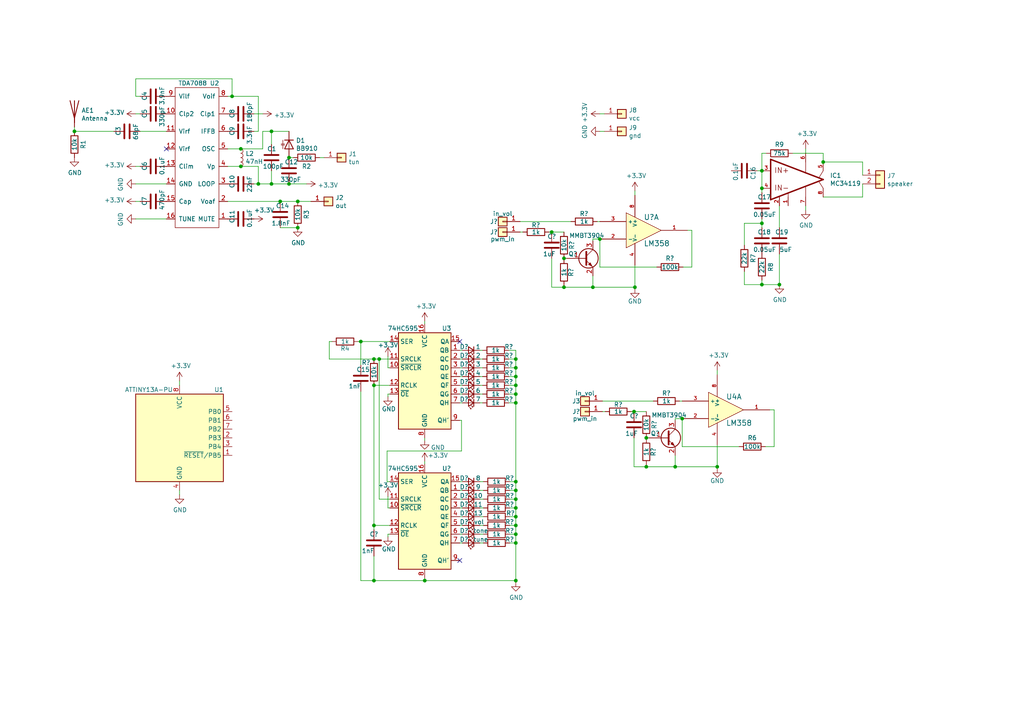
<source format=kicad_sch>
(kicad_sch (version 20211123) (generator eeschema)
  (paper "A4")
  (title_block (title "TDA7088 radio with button control ") (date "23.06.2020") (comment 2 "Mikhail Belkin (dltech174@gmail.com +7-960-961-54-27)"))
  (lib_symbols
    (symbol "74xx:74HC595"
      (property "Reference" "U" (at -7.62 13.97 0))
      (property "Value" "74HC595" (at -7.62 -16.51 0))
      (symbol "74HC595_1_0"
        (pin tri_state line (at 10.16 7.62 180) (length 2.54) (name "QB") (number "1"))
        (pin input line (at -10.16 2.54 0) (length 2.54) (name "~{SRCLR}") (number "10"))
        (pin input line (at -10.16 5.08 0) (length 2.54) (name "SRCLK") (number "11"))
        (pin input line (at -10.16 -2.54 0) (length 2.54) (name "RCLK") (number "12"))
        (pin input line (at -10.16 -5.08 0) (length 2.54) (name "~{OE}") (number "13"))
        (pin input line (at -10.16 10.16 0) (length 2.54) (name "SER") (number "14"))
        (pin tri_state line (at 10.16 10.16 180) (length 2.54) (name "QA") (number "15"))
        (pin power_in line (at 0 15.24 270) (length 2.54) (name "VCC") (number "16"))
        (pin tri_state line (at 10.16 5.08 180) (length 2.54) (name "QC") (number "2"))
        (pin tri_state line (at 10.16 2.54 180) (length 2.54) (name "QD") (number "3"))
        (pin tri_state line (at 10.16 0 180) (length 2.54) (name "QE") (number "4"))
        (pin tri_state line (at 10.16 -2.54 180) (length 2.54) (name "QF") (number "5"))
        (pin tri_state line (at 10.16 -5.08 180) (length 2.54) (name "QG") (number "6"))
        (pin tri_state line (at 10.16 -7.62 180) (length 2.54) (name "QH") (number "7"))
        (pin power_in line (at 0 -17.78 90) (length 2.54) (name "GND") (number "8"))
        (pin output line (at 10.16 -12.7 180) (length 2.54) (name "QH'") (number "9"))
      )
      (symbol "74HC595_1_1"
        (rectangle (start -7.62 12.7) (end 7.62 -15.24) (stroke (width 0.254)) (fill (type background)))
      )
    )
    (symbol "Connector_Generic:Conn_01x01" (pin_names (offset 1.016) hide)
      (property "Reference" "J" (at 0 2.54 0))
      (property "Value" "Conn_01x01" (at 0 -2.54 0))
      (symbol "Conn_01x01_1_1"
        (rectangle (start -1.27 0.127) (end 0 -0.127) (stroke (width 0.1524)))
        (rectangle (start -1.27 1.27) (end 1.27 -1.27) (stroke (width 0.254)) (fill (type background)))
        (pin passive line (at -5.08 0 0) (length 3.81) (name "Pin_1") (number "1"))
      )
    )
    (symbol "Connector_Generic:Conn_01x02" (pin_names (offset 1.016) hide)
      (property "Reference" "J" (at 0 2.54 0))
      (property "Value" "Conn_01x02" (at 0 -5.08 0))
      (symbol "Conn_01x02_1_1"
        (rectangle (start -1.27 -2.413) (end 0 -2.667) (stroke (width 0.1524)))
        (rectangle (start -1.27 0.127) (end 0 -0.127) (stroke (width 0.1524)))
        (rectangle (start -1.27 1.27) (end 1.27 -3.81) (stroke (width 0.254)) (fill (type background)))
        (pin passive line (at -5.08 0 0) (length 3.81) (name "Pin_1") (number "1"))
        (pin passive line (at -5.08 -2.54 0) (length 3.81) (name "Pin_2") (number "2"))
      )
    )
    (symbol "Device:Antenna" (pin_numbers hide) (pin_names (offset 1.016) hide)
      (property "Reference" "AE" (at -1.905 1.905 0))
      (property "Value" "Antenna" (at -1.905 0 0))
      (symbol "Antenna_0_1"
        (polyline (pts (xy 0 2.54) (xy 0 -3.81)) (stroke (width 0.254)))
        (polyline (pts (xy 1.27 2.54) (xy 0 -2.54) (xy -1.27 2.54)) (stroke (width 0.254)))
      )
      (symbol "Antenna_1_1"
        (pin input line (at 0 -5.08 90) (length 2.54) (name "A") (number "1"))
      )
    )
    (symbol "Device:C" (pin_numbers hide) (pin_names (offset 0.254))
      (property "Reference" "C" (at 0.635 2.54 0))
      (property "Value" "C" (at 0.635 -2.54 0))
      (symbol "C_0_1"
        (polyline (pts (xy -2.032 -0.762) (xy 2.032 -0.762)) (stroke (width 0.508)))
        (polyline (pts (xy -2.032 0.762) (xy 2.032 0.762)) (stroke (width 0.508)))
      )
      (symbol "C_1_1"
        (pin passive line (at 0 3.81 270) (length 2.794) (name "~") (number "1"))
        (pin passive line (at 0 -3.81 90) (length 2.794) (name "~") (number "2"))
      )
    )
    (symbol "Device:D_Capacitance" (pin_numbers hide) (pin_names (offset 1.016) hide)
      (property "Reference" "D" (at 0 2.54 0))
      (property "Value" "D_Capacitance" (at 0 -3.302 0))
      (symbol "D_Capacitance_0_1"
        (polyline (pts (xy -1.27 -1.778) (xy -0.1524 -1.778)))
        (polyline (pts (xy -1.27 0) (xy 1.27 0)))
        (polyline (pts (xy -1.27 1.27) (xy -1.27 -1.27)) (stroke (width 0.254)))
        (polyline (pts (xy -0.1524 -1.27) (xy -0.1524 -2.286)))
        (polyline (pts (xy 0.1524 -1.778) (xy 1.27 -1.778)))
        (polyline (pts (xy 0.1524 -1.27) (xy 0.1524 -2.286)))
        (polyline (pts (xy 1.27 1.27) (xy 1.27 -1.27) (xy -1.27 0) (xy 1.27 1.27)) (stroke (width 0.254)))
      )
      (symbol "D_Capacitance_1_1"
        (pin passive line (at -3.81 0 0) (length 2.54) (name "K") (number "1"))
        (pin passive line (at 3.81 0 180) (length 2.54) (name "A") (number "2"))
      )
    )
    (symbol "Device:LED_Small" (pin_numbers hide) (pin_names (offset 0.254) hide)
      (property "Reference" "D" (at -1.27 3.175 0))
      (property "Value" "LED_Small" (at -4.445 -2.54 0))
      (symbol "LED_Small_0_1"
        (polyline (pts (xy -0.762 -1.016) (xy -0.762 1.016)) (stroke (width 0.254)))
        (polyline (pts (xy 1.016 0) (xy -0.762 0)))
        (polyline (pts (xy 0.762 -1.016) (xy -0.762 0) (xy 0.762 1.016) (xy 0.762 -1.016)) (stroke (width 0.254)))
        (polyline (pts (xy 0 0.762) (xy -0.508 1.27) (xy -0.254 1.27) (xy -0.508 1.27) (xy -0.508 1.016)))
        (polyline (pts (xy 0.508 1.27) (xy 0 1.778) (xy 0.254 1.778) (xy 0 1.778) (xy 0 1.524)))
      )
      (symbol "LED_Small_1_1"
        (pin passive line (at -2.54 0 0) (length 1.778) (name "K") (number "1"))
        (pin passive line (at 2.54 0 180) (length 1.778) (name "A") (number "2"))
      )
    )
    (symbol "Device:R" (pin_numbers hide) (pin_names (offset 0))
      (property "Reference" "R" (at 2.032 0 90))
      (property "Value" "R" (at 0 0 90))
      (symbol "R_0_1"
        (rectangle (start -1.016 -2.54) (end 1.016 2.54) (stroke (width 0.254)))
      )
      (symbol "R_1_1"
        (pin passive line (at 0 3.81 270) (length 1.27) (name "~") (number "1"))
        (pin passive line (at 0 -3.81 90) (length 1.27) (name "~") (number "2"))
      )
    )
    (symbol "MCU_Microchip_ATtiny:ATtiny13A-P"
      (property "Reference" "U" (at -12.7 13.97 0))
      (property "Value" "ATtiny13A-P" (at 2.54 -13.97 0))
      (symbol "ATtiny13A-P_0_1"
        (rectangle (start -12.7 -12.7) (end 12.7 12.7) (stroke (width 0.254)) (fill (type background)))
      )
      (symbol "ATtiny13A-P_1_1"
        (pin bidirectional line (at 15.24 -5.08 180) (length 2.54) (name "~{RESET}/PB5") (number "1"))
        (pin bidirectional line (at 15.24 0 180) (length 2.54) (name "PB3") (number "2"))
        (pin bidirectional line (at 15.24 -2.54 180) (length 2.54) (name "PB4") (number "3"))
        (pin power_in line (at 0 -15.24 90) (length 2.54) (name "GND") (number "4"))
        (pin bidirectional line (at 15.24 7.62 180) (length 2.54) (name "PB0") (number "5"))
        (pin bidirectional line (at 15.24 5.08 180) (length 2.54) (name "PB1") (number "6"))
        (pin bidirectional line (at 15.24 2.54 180) (length 2.54) (name "PB2") (number "7"))
        (pin power_in line (at 0 15.24 270) (length 2.54) (name "VCC") (number "8"))
      )
    )
    (symbol "Transistor_BJT:MMBT3904" (pin_names (offset 0) hide)
      (property "Reference" "Q" (at 5.08 1.905 0))
      (property "Value" "MMBT3904" (at 5.08 0 0))
      (symbol "MMBT3904_0_1"
        (polyline (pts (xy 0.635 0.635) (xy 2.54 2.54)))
        (polyline (pts (xy 0.635 -0.635) (xy 2.54 -2.54) (xy 2.54 -2.54)))
        (polyline (pts (xy 0.635 1.905) (xy 0.635 -1.905) (xy 0.635 -1.905)) (stroke (width 0.508)))
        (polyline (pts (xy 1.27 -1.778) (xy 1.778 -1.27) (xy 2.286 -2.286) (xy 1.27 -1.778) (xy 1.27 -1.778)) (fill (type outline)))
        (circle (center 1.27 0) (radius 2.8194) (stroke (width 0.254)))
      )
      (symbol "MMBT3904_1_1"
        (pin input line (at -5.08 0 0) (length 5.715) (name "B") (number "1"))
        (pin passive line (at 2.54 -5.08 90) (length 2.54) (name "E") (number "2"))
        (pin passive line (at 2.54 5.08 270) (length 2.54) (name "C") (number "3"))
      )
    )
    (symbol "power:+3.3V" (power) (pin_names (offset 0))
      (property "Value" "+3.3V" (at 0 3.556 0))
      (symbol "+3.3V_0_1"
        (polyline (pts (xy -0.762 1.27) (xy 0 2.54)))
        (polyline (pts (xy 0 0) (xy 0 2.54)))
        (polyline (pts (xy 0 2.54) (xy 0.762 1.27)))
      )
      (symbol "+3.3V_1_1"
        (pin power_in line (at 0 0 90) (length 0) hide (name "+3.3V") (number "1"))
      )
    )
    (symbol "power:GND" (power) (pin_names (offset 0))
      (property "Value" "GND" (at 0 -3.81 0))
      (symbol "GND_0_1"
        (polyline (pts (xy 0 0) (xy 0 -1.27) (xy 1.27 -1.27) (xy 0 -2.54) (xy -1.27 -1.27) (xy 0 -1.27)))
      )
      (symbol "GND_1_1"
        (pin power_in line (at 0 0 270) (length 0) hide (name "GND") (number "1"))
      )
    )
    (symbol "tda:L" (pin_numbers hide) (pin_names (offset 1.016) hide)
      (property "Reference" "L" (at -1.27 0 90))
      (property "Value" "L" (at 1.905 0 90))
      (symbol "L_0_1"
        (arc (start 0 -2.54) (mid 0.635 -1.905) (end 0 -1.27))
        (arc (start 0 -1.27) (mid 0.635 -0.635) (end 0 0))
        (arc (start 0 0) (mid 0.635 0.635) (end 0 1.27))
        (arc (start 0 1.27) (mid 0.635 1.905) (end 0 2.54))
      )
      (symbol "L_1_1"
        (pin passive line (at 0 2.54 270) (length 0.1016) (name "1") (number "1"))
        (pin passive line (at 0 -2.54 90) (length 0.1016) (name "2") (number "2"))
      )
    )
    (symbol "tda:LM358"
      (property "Reference" "U" (at -1.27 5.08 0))
      (property "Value" "LM358" (at -1.27 -6.35 0))
      (symbol "LM358_0_1"
        (polyline (pts (xy -5.08 5.08) (xy 5.08 0) (xy -5.08 -5.08) (xy -5.08 5.08)) (stroke (width 0.1524)) (fill (type background)))
        (pin power_in line (at -2.54 -10.16 90) (length 6.35) (name "V-") (number "4"))
        (pin power_in line (at -2.54 10.16 270) (length 6.35) (name "V+") (number "8"))
      )
      (symbol "LM358_1_1"
        (pin output line (at 12.7 0 180) (length 7.62) (name "~") (number "1"))
        (pin input line (at -12.7 -2.54 0) (length 7.62) (name "-") (number "2"))
        (pin input line (at -12.7 2.54 0) (length 7.62) (name "+") (number "3"))
      )
      (symbol "LM358_2_1"
        (pin input line (at -12.7 2.54 0) (length 7.62) (name "+") (number "5"))
        (pin input line (at -12.7 -2.54 0) (length 7.62) (name "-") (number "6"))
        (pin output line (at 12.7 0 180) (length 7.62) (name "~") (number "7"))
      )
    )
    (symbol "tda:MC34119" (pin_names (offset 1.016) hide)
      (property "Reference" "U" (at -3.302 -0.889 0))
      (property "Value" "MC34119" (at -7.62 7.62 0))
      (symbol "MC34119_0_0"
        (polyline (pts (xy -7.62 -5.842) (xy 7.62 0)) (stroke (width 0.4064)))
        (polyline (pts (xy -7.62 5.842) (xy -7.62 -5.842)) (stroke (width 0.4064)))
        (polyline (pts (xy -7.62 5.842) (xy 7.62 0)) (stroke (width 0.4064)))
        (polyline (pts (xy -2.54 -3.8862) (xy -2.54 -5.08)) (stroke (width 0.1524)))
        (polyline (pts (xy 2.54 -1.8542) (xy 2.54 -5.08)) (stroke (width 0.1524)))
        (polyline (pts (xy 2.54 5.08) (xy 2.54 1.778)) (stroke (width 0.1524)))
        (polyline (pts (xy 7.62 -2.54) (xy 6.35 -0.5588)) (stroke (width 0.1524)))
        (polyline (pts (xy 7.62 2.54) (xy 6.35 0.4572)) (stroke (width 0.1524)))
        (text "IN+" (at -6.604 1.778 0) (effects (font (size 1.524 1.524)) (justify left bottom)))
        (pin input line (at -2.54 -7.62 90) (length 2.54) (name "~") (number "1"))
        (pin passive line (at -5.08 -7.62 90) (length 2.54) (name "~") (number "2"))
        (pin input line (at -10.16 2.54 0) (length 2.54) (name "~") (number "3"))
        (pin input line (at -10.16 -2.54 0) (length 2.54) (name "~") (number "4"))
        (pin output line (at 7.62 5.08 270) (length 2.54) (name "~") (number "5"))
        (pin power_in line (at 2.54 7.62 270) (length 2.54) (name "~") (number "6"))
        (pin power_in line (at 2.54 -7.62 90) (length 2.54) (name "~") (number "7"))
        (pin output line (at 7.62 -5.08 90) (length 2.54) (name "~") (number "8"))
      )
      (symbol "MC34119_1_1"
        (text "IN-" (at -6.604 -3.302 0) (effects (font (size 1.524 1.524)) (justify left bottom)))
      )
    )
    (symbol "tda:TDA7088" (pin_names (offset 1.016))
      (property "Reference" "U" (at 3.81 21.59 0))
      (property "Value" "TDA7088" (at -2.54 21.59 0))
      (symbol "TDA7088_0_1"
        (rectangle (start -6.35 20.32) (end 6.35 -20.32))
      )
      (symbol "TDA7088_1_1"
        (pin input line (at 8.89 -17.78 180) (length 2.54) (name "MUTE") (number "1"))
        (pin bidirectional line (at -8.89 12.7 0) (length 2.54) (name "Clp2") (number "10"))
        (pin input line (at -8.89 7.62 0) (length 2.54) (name "Virf") (number "11"))
        (pin input line (at -8.89 2.54 0) (length 2.54) (name "Virf") (number "12"))
        (pin bidirectional line (at -8.89 -2.54 0) (length 2.54) (name "Clim") (number "13"))
        (pin power_in line (at -8.89 -7.62 0) (length 2.54) (name "GND") (number "14"))
        (pin input line (at -8.89 -12.7 0) (length 2.54) (name "Cap") (number "15"))
        (pin output line (at -8.89 -17.78 0) (length 2.54) (name "TUNE") (number "16"))
        (pin output line (at 8.89 -12.7 180) (length 2.54) (name "Voaf") (number "2"))
        (pin bidirectional line (at 8.89 -7.62 180) (length 2.54) (name "LOOP") (number "3"))
        (pin power_in line (at 8.89 -2.54 180) (length 2.54) (name "Vp") (number "4"))
        (pin bidirectional line (at 8.89 2.54 180) (length 2.54) (name "OSC") (number "5"))
        (pin input line (at 8.89 7.62 180) (length 2.54) (name "IFFB") (number "6"))
        (pin bidirectional line (at 8.89 12.7 180) (length 2.54) (name "Clp1") (number "7"))
        (pin output line (at 8.89 17.78 180) (length 2.54) (name "Voif") (number "8"))
        (pin input line (at -8.89 17.78 0) (length 2.54) (name "Vilf") (number "9"))
      )
    )
  )
  (junction (at 78.74 53.34))
  (junction (at 109.982 104.14))
  (junction (at 173.99 69.342))
  (junction (at 149.606 149.86))
  (junction (at 149.606 109.22))
  (junction (at 149.606 157.48))
  (junction (at 67.31 27.94))
  (junction (at 149.606 111.76))
  (junction (at 220.98 82.55))
  (junction (at 184.15 83.312))
  (junction (at 220.98 49.53))
  (junction (at 69.85 43.18))
  (junction (at 171.958 83.312))
  (junction (at 123.19 168.402))
  (junction (at 195.834 135.382))
  (junction (at 108.458 152.4))
  (junction (at 183.896 119.38))
  (junction (at 149.606 139.7))
  (junction (at 160.02 67.31))
  (junction (at 163.576 83.312))
  (junction (at 208.026 135.382))
  (junction (at 187.452 127))
  (junction (at 149.606 144.78))
  (junction (at 149.606 114.3))
  (junction (at 74.93 53.34))
  (junction (at 220.98 64.77))
  (junction (at 220.98 54.61))
  (junction (at 78.74 38.1))
  (junction (at 149.606 147.32))
  (junction (at 149.606 152.4))
  (junction (at 149.606 106.68))
  (junction (at 149.606 154.94))
  (junction (at 149.606 168.402))
  (junction (at 104.648 99.06))
  (junction (at 197.866 121.412))
  (junction (at 226.06 82.55))
  (junction (at 149.606 104.14))
  (junction (at 238.76 46.99))
  (junction (at 187.452 135.382))
  (junction (at 108.458 111.76))
  (junction (at 149.606 116.84))
  (junction (at 163.576 74.93))
  (junction (at 21.59 38.1))
  (junction (at 83.82 45.72))
  (junction (at 83.82 53.34))
  (junction (at 81.28 58.42))
  (junction (at 86.36 58.42))
  (junction (at 86.36 66.04))
  (junction (at 69.85 48.26))
  (junction (at 108.458 168.402))
  (junction (at 149.606 142.24))
  (junction (at 108.458 104.14))
  (no_connect (at 133.35 162.56))
  (no_connect (at 48.26 43.18))
  (no_connect (at 133.35 99.06))
  (wire (pts (xy 108.458 152.4) (xy 113.03 152.4)))
  (wire (pts (xy 183.896 119.38) (xy 187.452 119.38)))
  (wire (pts (xy 133.35 114.3) (xy 134.112 114.3)))
  (wire (pts (xy 104.648 99.06) (xy 113.03 99.06)))
  (wire (pts (xy 149.606 144.78) (xy 147.828 144.78)))
  (wire (pts (xy 208.026 108.712) (xy 208.026 107.442)))
  (wire (pts (xy 150.876 67.31) (xy 151.638 67.31)))
  (wire (pts (xy 123.19 168.402) (xy 149.606 168.402)))
  (wire (pts (xy 215.9 78.74) (xy 215.9 82.55)))
  (wire (pts (xy 139.192 149.86) (xy 140.208 149.86)))
  (wire (pts (xy 108.458 161.29) (xy 108.458 168.402)))
  (wire (pts (xy 149.606 147.32) (xy 149.606 144.78)))
  (wire (pts (xy 214.376 129.54) (xy 197.866 129.54)))
  (wire (pts (xy 139.192 101.6) (xy 139.954 101.6)))
  (wire (pts (xy 160.02 83.312) (xy 163.576 83.312)))
  (wire (pts (xy 149.606 104.14) (xy 147.574 104.14)))
  (wire (pts (xy 108.458 104.14) (xy 109.982 104.14)))
  (wire (pts (xy 133.35 147.32) (xy 134.112 147.32)))
  (wire (pts (xy 184.15 76.962) (xy 184.15 83.312)))
  (wire (pts (xy 195.834 121.412) (xy 195.834 121.92)))
  (wire (pts (xy 171.958 80.01) (xy 171.958 83.312)))
  (wire (pts (xy 81.28 58.42) (xy 86.36 58.42)))
  (wire (pts (xy 224.536 118.872) (xy 224.536 129.54)))
  (wire (pts (xy 78.74 49.53) (xy 78.74 53.34)))
  (wire (pts (xy 149.606 147.32) (xy 147.828 147.32)))
  (wire (pts (xy 112.522 147.32) (xy 113.03 147.32)))
  (wire (pts (xy 229.87 44.45) (xy 238.76 44.45)))
  (wire (pts (xy 149.606 109.22) (xy 147.574 109.22)))
  (wire (pts (xy 139.192 142.24) (xy 140.208 142.24)))
  (wire (pts (xy 149.606 114.3) (xy 149.606 111.76)))
  (wire (pts (xy 220.98 44.45) (xy 220.98 49.53)))
  (wire (pts (xy 163.576 82.804) (xy 163.576 83.312)))
  (wire (pts (xy 163.576 74.93) (xy 164.338 74.93)))
  (wire (pts (xy 149.606 104.14) (xy 149.606 101.6)))
  (wire (pts (xy 139.192 106.68) (xy 139.954 106.68)))
  (wire (pts (xy 48.26 63.5) (xy 39.37 63.5)))
  (wire (pts (xy 149.606 109.22) (xy 149.606 106.68)))
  (wire (pts (xy 187.452 135.382) (xy 195.834 135.382)))
  (wire (pts (xy 108.458 168.402) (xy 123.19 168.402)))
  (wire (pts (xy 183.134 119.38) (xy 183.896 119.38)))
  (wire (pts (xy 95.504 99.06) (xy 96.266 99.06)))
  (wire (pts (xy 139.192 104.14) (xy 139.954 104.14)))
  (wire (pts (xy 149.606 168.402) (xy 149.606 168.91)))
  (wire (pts (xy 73.66 33.02) (xy 76.2 33.02)))
  (wire (pts (xy 109.982 104.14) (xy 113.03 104.14)))
  (wire (pts (xy 112.522 154.94) (xy 113.03 154.94)))
  (wire (pts (xy 133.35 149.86) (xy 134.112 149.86)))
  (wire (pts (xy 149.606 149.86) (xy 149.606 147.32)))
  (wire (pts (xy 112.268 139.7) (xy 113.03 139.7)))
  (wire (pts (xy 195.834 132.08) (xy 195.834 135.382)))
  (wire (pts (xy 112.522 155.702) (xy 112.522 154.94)))
  (wire (pts (xy 174.752 119.38) (xy 175.514 119.38)))
  (wire (pts (xy 123.19 133.858) (xy 123.19 134.62)))
  (wire (pts (xy 39.37 27.94) (xy 39.37 22.86)))
  (wire (pts (xy 149.606 154.94) (xy 149.606 152.4)))
  (wire (pts (xy 233.68 44.45) (xy 233.68 43.18)))
  (wire (pts (xy 220.98 82.55) (xy 226.06 82.55)))
  (wire (pts (xy 104.648 99.06) (xy 104.648 105.918)))
  (wire (pts (xy 220.98 55.88) (xy 220.98 54.61)))
  (wire (pts (xy 133.35 139.7) (xy 134.112 139.7)))
  (wire (pts (xy 195.834 135.382) (xy 208.026 135.382)))
  (wire (pts (xy 173.99 33.02) (xy 175.26 33.02)))
  (wire (pts (xy 147.574 111.76) (xy 149.606 111.76)))
  (wire (pts (xy 112.522 144.018) (xy 112.522 147.32)))
  (wire (pts (xy 163.576 83.312) (xy 171.958 83.312)))
  (wire (pts (xy 160.02 67.31) (xy 163.576 67.31)))
  (wire (pts (xy 197.104 116.332) (xy 197.866 116.332)))
  (wire (pts (xy 133.35 101.6) (xy 134.112 101.6)))
  (wire (pts (xy 40.64 27.94) (xy 39.37 27.94)))
  (wire (pts (xy 78.74 38.1) (xy 83.82 38.1)))
  (wire (pts (xy 133.858 130.81) (xy 112.268 130.81)))
  (wire (pts (xy 220.98 81.28) (xy 220.98 82.55)))
  (wire (pts (xy 109.982 144.78) (xy 113.03 144.78)))
  (wire (pts (xy 40.64 48.26) (xy 39.37 48.26)))
  (wire (pts (xy 109.982 104.14) (xy 109.982 144.78)))
  (wire (pts (xy 198.12 77.47) (xy 200.66 77.47)))
  (wire (pts (xy 250.19 46.99) (xy 250.19 50.8)))
  (wire (pts (xy 139.192 157.48) (xy 140.208 157.48)))
  (wire (pts (xy 174.752 116.332) (xy 189.484 116.332)))
  (wire (pts (xy 150.876 64.262) (xy 165.608 64.262)))
  (wire (pts (xy 133.35 111.76) (xy 134.112 111.76)))
  (wire (pts (xy 149.606 152.4) (xy 147.828 152.4)))
  (wire (pts (xy 66.04 43.18) (xy 69.85 43.18)))
  (wire (pts (xy 133.35 152.4) (xy 134.112 152.4)))
  (wire (pts (xy 190.5 77.47) (xy 173.99 77.47)))
  (wire (pts (xy 219.71 49.53) (xy 220.98 49.53)))
  (wire (pts (xy 173.99 38.1) (xy 175.26 38.1)))
  (wire (pts (xy 160.02 74.93) (xy 160.02 83.312)))
  (wire (pts (xy 73.66 53.34) (xy 74.93 53.34)))
  (wire (pts (xy 48.26 53.34) (xy 39.37 53.34)))
  (wire (pts (xy 95.504 104.14) (xy 95.504 99.06)))
  (wire (pts (xy 66.04 27.94) (xy 67.31 27.94)))
  (wire (pts (xy 139.192 111.76) (xy 139.954 111.76)))
  (wire (pts (xy 226.06 73.66) (xy 226.06 82.55)))
  (wire (pts (xy 171.958 69.342) (xy 173.99 69.342)))
  (wire (pts (xy 73.66 38.1) (xy 74.93 38.1)))
  (wire (pts (xy 250.19 57.15) (xy 238.76 57.15)))
  (wire (pts (xy 220.98 64.77) (xy 220.98 63.5)))
  (wire (pts (xy 81.28 66.04) (xy 86.36 66.04)))
  (wire (pts (xy 163.576 74.93) (xy 163.576 75.184)))
  (wire (pts (xy 149.606 152.4) (xy 149.606 149.86)))
  (wire (pts (xy 238.76 46.99) (xy 250.19 46.99)))
  (wire (pts (xy 108.458 152.4) (xy 108.458 111.76)))
  (wire (pts (xy 149.606 157.48) (xy 149.606 154.94)))
  (wire (pts (xy 215.9 82.55) (xy 220.98 82.55)))
  (wire (pts (xy 67.31 22.86) (xy 67.31 27.94)))
  (wire (pts (xy 195.834 121.412) (xy 197.866 121.412)))
  (wire (pts (xy 74.93 48.26) (xy 74.93 53.34)))
  (wire (pts (xy 139.192 144.78) (xy 140.208 144.78)))
  (wire (pts (xy 139.192 116.84) (xy 139.954 116.84)))
  (wire (pts (xy 147.828 142.24) (xy 149.606 142.24)))
  (wire (pts (xy 184.15 56.642) (xy 184.15 55.372)))
  (wire (pts (xy 183.896 135.382) (xy 187.452 135.382)))
  (wire (pts (xy 171.958 83.312) (xy 184.15 83.312)))
  (wire (pts (xy 66.04 48.26) (xy 69.85 48.26)))
  (wire (pts (xy 104.648 113.538) (xy 104.648 168.402)))
  (wire (pts (xy 133.35 121.92) (xy 133.858 121.92)))
  (wire (pts (xy 220.98 49.53) (xy 220.98 54.61)))
  (wire (pts (xy 139.192 154.94) (xy 140.208 154.94)))
  (wire (pts (xy 40.64 38.1) (xy 48.26 38.1)))
  (wire (pts (xy 149.606 139.7) (xy 149.606 116.84)))
  (wire (pts (xy 215.9 71.12) (xy 215.9 64.77)))
  (wire (pts (xy 221.996 129.54) (xy 224.536 129.54)))
  (wire (pts (xy 112.522 114.3) (xy 113.03 114.3)))
  (wire (pts (xy 104.648 168.402) (xy 108.458 168.402)))
  (wire (pts (xy 147.574 114.3) (xy 149.606 114.3)))
  (wire (pts (xy 149.606 111.76) (xy 149.606 109.22)))
  (wire (pts (xy 149.606 116.84) (xy 149.606 114.3)))
  (wire (pts (xy 139.192 152.4) (xy 140.208 152.4)))
  (wire (pts (xy 183.896 127) (xy 183.896 135.382)))
  (wire (pts (xy 200.66 66.802) (xy 199.39 66.802)))
  (wire (pts (xy 108.458 152.4) (xy 108.458 153.67)))
  (wire (pts (xy 187.452 127) (xy 188.214 127)))
  (wire (pts (xy 133.35 157.48) (xy 134.112 157.48)))
  (wire (pts (xy 21.59 38.1) (xy 33.02 38.1)))
  (wire (pts (xy 139.192 114.3) (xy 139.954 114.3)))
  (wire (pts (xy 139.192 109.22) (xy 139.954 109.22)))
  (wire (pts (xy 40.64 58.42) (xy 39.37 58.42)))
  (wire (pts (xy 224.536 118.872) (xy 223.266 118.872)))
  (wire (pts (xy 215.9 64.77) (xy 220.98 64.77)))
  (wire (pts (xy 108.458 111.76) (xy 113.03 111.76)))
  (wire (pts (xy 21.59 36.83) (xy 21.59 38.1)))
  (wire (pts (xy 139.192 147.32) (xy 140.208 147.32)))
  (wire (pts (xy 233.68 59.69) (xy 233.68 60.96)))
  (wire (pts (xy 238.76 44.45) (xy 238.76 46.99)))
  (wire (pts (xy 133.35 106.68) (xy 134.112 106.68)))
  (wire (pts (xy 187.452 127) (xy 187.452 127.254)))
  (wire (pts (xy 78.74 53.34) (xy 83.82 53.34)))
  (wire (pts (xy 123.19 168.402) (xy 123.19 167.64)))
  (wire (pts (xy 39.37 22.86) (xy 67.31 22.86)))
  (wire (pts (xy 123.19 93.218) (xy 123.19 93.98)))
  (wire (pts (xy 133.35 104.14) (xy 134.112 104.14)))
  (wire (pts (xy 52.07 110.49) (xy 52.07 111.76)))
  (wire (pts (xy 200.66 66.802) (xy 200.66 77.47)))
  (wire (pts (xy 133.35 142.24) (xy 134.112 142.24)))
  (wire (pts (xy 76.2 38.1) (xy 78.74 38.1)))
  (wire (pts (xy 139.192 139.7) (xy 140.208 139.7)))
  (wire (pts (xy 149.606 144.78) (xy 149.606 142.24)))
  (wire (pts (xy 149.606 101.6) (xy 147.574 101.6)))
  (wire (pts (xy 40.64 33.02) (xy 39.37 33.02)))
  (wire (pts (xy 133.35 109.22) (xy 134.112 109.22)))
  (wire (pts (xy 173.99 69.342) (xy 173.99 77.47)))
  (wire (pts (xy 159.258 67.31) (xy 160.02 67.31)))
  (wire (pts (xy 208.026 129.032) (xy 208.026 135.382)))
  (wire (pts (xy 149.606 149.86) (xy 147.828 149.86)))
  (wire (pts (xy 187.452 134.874) (xy 187.452 135.382)))
  (wire (pts (xy 83.82 45.72) (xy 85.09 45.72)))
  (wire (pts (xy 133.35 144.78) (xy 134.112 144.78)))
  (wire (pts (xy 149.606 139.7) (xy 147.828 139.7)))
  (wire (pts (xy 103.886 99.06) (xy 104.648 99.06)))
  (wire (pts (xy 66.04 58.42) (xy 81.28 58.42)))
  (wire (pts (xy 149.606 106.68) (xy 149.606 104.14)))
  (wire (pts (xy 86.36 58.42) (xy 90.17 58.42)))
  (wire (pts (xy 74.93 38.1) (xy 74.93 27.94)))
  (wire (pts (xy 133.35 154.94) (xy 134.112 154.94)))
  (wire (pts (xy 149.606 106.68) (xy 147.574 106.68)))
  (wire (pts (xy 133.35 116.84) (xy 134.112 116.84)))
  (wire (pts (xy 52.07 142.24) (xy 52.07 143.51)))
  (wire (pts (xy 123.19 127) (xy 123.19 127.762)))
  (wire (pts (xy 208.026 135.382) (xy 208.026 135.89)))
  (wire (pts (xy 173.228 64.262) (xy 173.99 64.262)))
  (wire (pts (xy 78.74 41.91) (xy 78.74 38.1)))
  (wire (pts (xy 149.606 154.94) (xy 147.828 154.94)))
  (wire (pts (xy 83.82 53.34) (xy 88.9 53.34)))
  (wire (pts (xy 147.828 157.48) (xy 149.606 157.48)))
  (wire (pts (xy 250.19 53.34) (xy 250.19 57.15)))
  (wire (pts (xy 149.606 116.84) (xy 147.574 116.84)))
  (wire (pts (xy 67.31 27.94) (xy 74.93 27.94)))
  (wire (pts (xy 93.98 45.72) (xy 92.71 45.72)))
  (wire (pts (xy 171.958 69.342) (xy 171.958 69.85)))
  (wire (pts (xy 226.06 66.04) (xy 226.06 59.69)))
  (wire (pts (xy 184.15 83.312) (xy 184.15 83.82)))
  (wire (pts (xy 112.522 103.378) (xy 112.522 106.68)))
  (wire (pts (xy 197.866 121.412) (xy 197.866 129.54)))
  (wire (pts (xy 112.522 106.68) (xy 113.03 106.68)))
  (wire (pts (xy 69.85 43.18) (xy 76.2 43.18)))
  (wire (pts (xy 149.606 142.24) (xy 149.606 139.7)))
  (wire (pts (xy 108.458 104.14) (xy 95.504 104.14)))
  (wire (pts (xy 133.858 121.92) (xy 133.858 130.81)))
  (wire (pts (xy 112.268 130.81) (xy 112.268 139.7)))
  (wire (pts (xy 220.98 66.04) (xy 220.98 64.77)))
  (wire (pts (xy 78.74 53.34) (xy 74.93 53.34)))
  (wire (pts (xy 76.2 43.18) (xy 76.2 38.1)))
  (wire (pts (xy 220.98 44.45) (xy 222.25 44.45)))
  (wire (pts (xy 149.606 157.48) (xy 149.606 168.402)))
  (wire (pts (xy 112.522 115.062) (xy 112.522 114.3)))
  (wire (pts (xy 69.85 48.26) (xy 74.93 48.26)))
  (symbol (lib_id "tda:MC34119") (at 231.14 52.07 0) (unit 1)
    (property "Reference" "IC1" (at 240.7158 50.9016 0) (effects (justify left)))
    (property "Value" "MC34119" (at 240.7158 53.213 0) (effects (justify left)))
  )
  (symbol (lib_id "Device:C") (at 220.98 59.69 180) (unit 1)
    (property "Reference" "C17" (at 219.71 57.15 0) (effects (justify right)))
    (property "Value" "0.05uF" (at 218.44 62.23 0) (effects (justify right)))
  )
  (symbol (lib_id "Device:C") (at 220.98 69.85 180) (unit 1)
    (property "Reference" "C18" (at 219.71 67.31 0) (effects (justify right)))
    (property "Value" "0.05uF" (at 218.44 72.39 0) (effects (justify right)))
  )
  (symbol (lib_id "Device:R") (at 220.98 77.47 0) (unit 1)
    (property "Reference" "R8" (at 223.52 77.47 90))
    (property "Value" "22k" (at 220.98 77.47 90))
  )
  (symbol (lib_id "Device:R") (at 215.9 74.93 0) (unit 1)
    (property "Reference" "R7" (at 218.44 74.93 90))
    (property "Value" "22k" (at 215.9 74.93 90))
  )
  (symbol (lib_id "Device:C") (at 226.06 69.85 180) (unit 1)
    (property "Reference" "C19" (at 224.79 67.31 0) (effects (justify right)))
    (property "Value" "5uF" (at 226.06 72.39 0) (effects (justify right)))
  )
  (symbol (lib_id "power:GND") (at 233.68 60.96 0) (unit 1)
    (property "Reference" "#PWR022" (effects hide))
    (property "Value" "GND" (at 233.807 65.3542 0))
  )
  (symbol (lib_id "power:GND") (at 226.06 82.55 0) (unit 1)
    (property "Reference" "#PWR020" (effects hide))
    (property "Value" "GND" (at 226.187 86.9442 0))
  )
  (symbol (lib_id "Device:C") (at 215.9 49.53 90) (unit 1)
    (property "Reference" "C16" (at 218.44 48.26 0) (effects (justify right)))
    (property "Value" "0.1uF" (at 213.36 46.99 0) (effects (justify right)))
  )
  (symbol (lib_id "MCU_Microchip_ATtiny:ATtiny13A-P") (at 52.07 127 0) (unit 1)
    (property "Reference" "U1" (at 63.5 113.03 0))
    (property "Value" "ATTINY13A-PU" (at 43.18 113.03 0))
    (property "Footprint" "Package_DIP:DIP-8_W7.62mm" (effects hide))
    (property "Datasheet" "http://ww1.microchip.com/downloads/en/DeviceDoc/doc8126.pdf" (effects hide))
  )
  (symbol (lib_id "Connector_Generic:Conn_01x02") (at 255.27 50.8 0) (unit 1)
    (property "Reference" "J7" (at 257.302 51.0032 0) (effects (justify left)))
    (property "Value" "speaker" (at 257.302 53.3146 0) (effects (justify left)))
  )
  (symbol (lib_id "Device:R") (at 226.06 44.45 270) (unit 1)
    (property "Reference" "R9" (at 226.06 41.91 90))
    (property "Value" "75k" (at 226.06 44.45 90))
  )
  (symbol (lib_id "power:+3.3V") (at 39.37 58.42 90) (unit 1)
    (property "Reference" "#PWR04" (effects hide))
    (property "Value" "+3.3V" (at 36.1188 58.039 90) (effects (justify left)))
  )
  (symbol (lib_id "74xx:74HC595") (at 123.19 109.22 0) (unit 1)
    (property "Reference" "U3" (at 129.54 95.25 0))
    (property "Value" "74HC595" (at 116.84 95.25 0))
    (property "Datasheet" "http://www.ti.com/lit/ds/symlink/sn74hc595.pdf" (effects hide))
  )
  (symbol (lib_id "tda:TDA7088") (at 57.15 45.72 0) (unit 1)
    (property "Reference" "U2" (at 62.23 24.13 0))
    (property "Value" "TDA7088" (at 55.88 24.13 0))
    (property "Footprint" "Package_SO:STC_SOP-16_3.9x9.9mm_P1.27mm" (effects hide))
  )
  (symbol (lib_id "tda:LM358") (at 210.566 118.872 0) (unit 1)
    (property "Reference" "U4" (at 210.566 115.062 0) (effects (font (size 1.524 1.524)) (justify left)))
    (property "Value" "LM358" (at 210.566 122.682 0) (effects (font (size 1.524 1.524)) (justify left)))
    (property "Footprint" "Package_SO:SOP-8_3.9x4.9mm_P1.27mm" (effects hide))
  )
  (symbol (lib_id "power:+3.3V") (at 173.99 33.02 90) (unit 1)
    (property "Reference" "#PWR021" (effects hide))
    (property "Value" "+3.3V" (at 169.5958 32.639 0))
  )
  (symbol (lib_id "power:GND") (at 208.026 135.89 0) (unit 1)
    (property "Reference" "#PWR019" (effects hide))
    (property "Value" "GND" (at 208.026 139.446 0))
  )
  (symbol (lib_id "power:+3.3V") (at 112.522 103.378 0) (unit 1)
    (property "Reference" "#PWR011" (effects hide))
    (property "Value" "+3.3V" (at 112.522 100.076 0))
  )
  (symbol (lib_id "power:+3.3V") (at 39.37 48.26 90) (unit 1)
    (property "Reference" "#PWR02" (effects hide))
    (property "Value" "+3.3V" (at 36.1188 47.879 90) (effects (justify left)))
  )
  (symbol (lib_id "power:+3.3V") (at 39.37 33.02 90) (unit 1)
    (property "Reference" "#PWR01" (effects hide))
    (property "Value" "+3.3V" (at 36.1188 32.639 90) (effects (justify left)))
  )
  (symbol (lib_id "power:+3.3V") (at 76.2 33.02 270) (unit 1)
    (property "Reference" "#PWR07" (effects hide))
    (property "Value" "+3.3V" (at 79.4512 33.401 90) (effects (justify left)))
  )
  (symbol (lib_id "power:+3.3V") (at 73.66 63.5 270) (unit 1)
    (property "Reference" "#PWR06" (effects hide))
    (property "Value" "+3.3V" (at 73.66 60.96 90) (effects (justify left)))
  )
  (symbol (lib_id "power:+3.3V") (at 88.9 53.34 270) (unit 1)
    (property "Reference" "#PWR09" (effects hide))
    (property "Value" "+3.3V" (at 92.1512 53.721 90) (effects (justify left)))
  )
  (symbol (lib_id "power:+3.3V") (at 208.026 107.442 0) (unit 1)
    (property "Reference" "#PWR016" (effects hide))
    (property "Value" "+3.3V" (at 208.407 103.0478 0))
  )
  (symbol (lib_id "Device:Antenna") (at 21.59 31.75 0) (unit 1)
    (property "Reference" "AE1" (at 23.622 32.0294 0) (effects (justify left)))
    (property "Value" "Antenna" (at 23.622 34.3408 0) (effects (justify left)))
    (property "Footprint" "Connector_Wire:SolderWirePad_1x01_SMD_5x10mm" (effects hide))
  )
  (symbol (lib_id "power:GND") (at 123.19 127.762 0) (unit 1)
    (property "Reference" "#PWR017" (effects hide))
    (property "Value" "GND" (at 127 129.794 0))
  )
  (symbol (lib_id "power:+3.3V") (at 123.19 93.218 0) (unit 1)
    (property "Reference" "#PWR014" (effects hide))
    (property "Value" "+3.3V" (at 123.571 88.8238 0))
  )
  (symbol (lib_id "power:+3.3V") (at 233.68 43.18 0) (unit 1)
    (property "Reference" "#PWR018" (effects hide))
    (property "Value" "+3.3V" (at 234.061 38.7858 0))
  )
  (symbol (lib_id "power:GND") (at 112.522 115.062 0) (unit 1)
    (property "Reference" "#PWR015" (effects hide))
    (property "Value" "GND" (at 112.776 118.618 0))
  )
  (symbol (lib_id "power:GND") (at 21.59 45.72 0) (unit 1)
    (property "Reference" "#PWR0101" (effects hide))
    (property "Value" "GND" (at 21.717 50.1142 0))
  )
  (symbol (lib_id "Device:R") (at 100.076 99.06 90) (unit 1)
    (property "Reference" "R4" (at 100.076 101.092 90))
    (property "Value" "1k" (at 100.076 99.06 90))
  )
  (symbol (lib_id "Device:C") (at 104.648 109.728 180) (unit 1)
    (property "Reference" "C15" (at 103.378 107.188 0) (effects (justify right)))
    (property "Value" "1nF" (at 101.092 112.014 0) (effects (justify right)))
  )
  (symbol (lib_id "tda:L") (at 69.85 45.72 0) (unit 1)
    (property "Reference" "L2" (at 71.1962 44.5516 0) (effects (justify left)))
    (property "Value" "47nH" (at 71.1962 46.863 0) (effects (justify left)))
    (property "Footprint" "Inductor_SMD:L_0603_1608Metric_Pad1.05x0.95mm_HandSolder" (effects hide))
  )
  (symbol (lib_id "Device:R") (at 218.186 129.54 90) (unit 1)
    (property "Reference" "R6" (at 218.186 127 90))
    (property "Value" "100k" (at 218.186 129.54 90))
    (property "Footprint" "Resistor_SMD:R_0805_2012Metric" (effects hide))
  )
  (symbol (lib_id "Connector_Generic:Conn_01x01") (at 95.25 58.42 0) (unit 1)
    (property "Reference" "J2" (at 97.282 57.3532 0) (effects (justify left)))
    (property "Value" "out" (at 97.282 59.6646 0) (effects (justify left)))
    (property "Footprint" "Connector_Wire:SolderWirePad_1x01_SMD_5x10mm" (effects hide))
  )
  (symbol (lib_id "Connector_Generic:Conn_01x01") (at 169.672 116.332 180) (unit 1)
    (property "Reference" "J3" (at 167.132 116.332 0))
    (property "Value" "in_vol" (at 169.672 114.046 0))
    (property "Footprint" "Connector_Wire:SolderWirePad_1x01_SMD_5x10mm" (effects hide))
  )
  (symbol (lib_id "Connector_Generic:Conn_01x01") (at 99.06 45.72 0) (unit 1)
    (property "Reference" "J1" (at 101.092 44.6532 0) (effects (justify left)))
    (property "Value" "tun" (at 101.092 46.9646 0) (effects (justify left)))
    (property "Footprint" "Connector_Wire:SolderWirePad_1x01_SMD_5x10mm" (effects hide))
  )
  (symbol (lib_id "Connector_Generic:Conn_01x01") (at 180.34 33.02 0) (unit 1)
    (property "Reference" "J8" (at 182.372 31.9532 0) (effects (justify left)))
    (property "Value" "vcc" (at 182.372 34.2646 0) (effects (justify left)))
    (property "Footprint" "Connector_Wire:SolderWirePad_1x01_SMD_5x10mm" (effects hide))
  )
  (symbol (lib_id "Connector_Generic:Conn_01x01") (at 180.34 38.1 0) (unit 1)
    (property "Reference" "J9" (at 182.372 37.0332 0) (effects (justify left)))
    (property "Value" "gnd" (at 182.372 39.3446 0) (effects (justify left)))
    (property "Footprint" "Connector_Wire:SolderWirePad_1x01_SMD_5x10mm" (effects hide))
  )
  (symbol (lib_id "power:GND") (at 173.99 38.1 270) (unit 1)
    (property "Reference" "#PWR025" (effects hide))
    (property "Value" "GND" (at 169.5958 38.227 0))
  )
  (symbol (lib_id "Device:C") (at 78.74 45.72 180) (unit 1)
    (property "Reference" "C1" (at 77.47 43.18 0) (effects (justify right)))
    (property "Value" "100pF" (at 76.2 48.26 0) (effects (justify right)))
    (property "Footprint" "Capacitor_SMD:C_0603_1608Metric" (effects hide))
  )
  (symbol (lib_id "Device:C") (at 44.45 27.94 270) (unit 1)
    (property "Reference" "C4" (at 41.91 29.21 0) (effects (justify right)))
    (property "Value" "3.9nF" (at 46.99 30.48 0) (effects (justify right)))
    (property "Footprint" "Capacitor_SMD:C_0603_1608Metric" (effects hide))
  )
  (symbol (lib_id "Device:C") (at 44.45 33.02 270) (unit 1)
    (property "Reference" "C5" (at 41.91 34.29 0) (effects (justify right)))
    (property "Value" "330pF" (at 46.99 36.83 0) (effects (justify right)))
    (property "Footprint" "Capacitor_SMD:C_0603_1608Metric" (effects hide))
  )
  (symbol (lib_id "Device:C") (at 36.83 38.1 270) (unit 1)
    (property "Reference" "C3" (at 34.29 39.37 0) (effects (justify right)))
    (property "Value" "68pF" (at 39.37 40.64 0) (effects (justify right)))
    (property "Footprint" "Capacitor_SMD:C_0603_1608Metric" (effects hide))
  )
  (symbol (lib_id "Device:R") (at 21.59 41.91 0) (unit 1)
    (property "Reference" "R1" (at 24.13 41.91 90))
    (property "Value" "10k" (at 21.59 41.91 90))
    (property "Footprint" "Resistor_SMD:R_0805_2012Metric" (effects hide))
  )
  (symbol (lib_id "Device:C") (at 44.45 48.26 270) (unit 1)
    (property "Reference" "C6" (at 41.91 49.53 0) (effects (justify right)))
    (property "Value" "0.1uF" (at 46.99 50.8 0) (effects (justify right)))
    (property "Footprint" "Capacitor_SMD:C_0603_1608Metric" (effects hide))
  )
  (symbol (lib_id "power:GND") (at 39.37 53.34 270) (unit 1)
    (property "Reference" "#PWR03" (effects hide))
    (property "Value" "GND" (at 34.9758 53.467 0))
  )
  (symbol (lib_id "Device:C") (at 44.45 58.42 270) (unit 1)
    (property "Reference" "C7" (at 41.91 59.69 0) (effects (justify right)))
    (property "Value" "470pF" (at 46.99 60.96 0) (effects (justify right)))
    (property "Footprint" "Capacitor_SMD:C_0603_1608Metric" (effects hide))
  )
  (symbol (lib_id "power:GND") (at 39.37 63.5 270) (unit 1)
    (property "Reference" "#PWR05" (effects hide))
    (property "Value" "GND" (at 34.9758 63.627 0))
  )
  (symbol (lib_id "Device:C") (at 69.85 33.02 270) (unit 1)
    (property "Reference" "C8" (at 67.31 34.29 0) (effects (justify right)))
    (property "Value" "180pF" (at 72.39 35.56 0) (effects (justify right)))
    (property "Footprint" "Capacitor_SMD:C_0603_1608Metric" (effects hide))
  )
  (symbol (lib_id "Device:C") (at 69.85 38.1 270) (unit 1)
    (property "Reference" "C9" (at 67.31 39.37 0) (effects (justify right)))
    (property "Value" "3.3nF" (at 72.39 41.91 0) (effects (justify right)))
    (property "Footprint" "Capacitor_SMD:C_0603_1608Metric" (effects hide))
  )
  (symbol (lib_id "Device:C") (at 83.82 49.53 180) (unit 1)
    (property "Reference" "C12" (at 82.55 46.99 0) (effects (justify right)))
    (property "Value" "330pF" (at 81.28 52.07 0) (effects (justify right)))
    (property "Footprint" "Capacitor_SMD:C_0603_1608Metric" (effects hide))
  )
  (symbol (lib_id "Device:D_Capacitance") (at 83.82 41.91 270) (unit 1)
    (property "Reference" "D1" (at 85.8266 40.7416 90) (effects (justify left)))
    (property "Value" "BB910" (at 85.8266 43.053 90) (effects (justify left)))
    (property "Footprint" "Diode_SMD:D_SOD-323_HandSoldering" (effects hide))
  )
  (symbol (lib_id "Device:C") (at 69.85 53.34 270) (unit 1)
    (property "Reference" "C10" (at 67.31 54.61 0) (effects (justify right)))
    (property "Value" "22nF" (at 72.39 55.88 0) (effects (justify right)))
    (property "Footprint" "Capacitor_SMD:C_0603_1608Metric" (effects hide))
  )
  (symbol (lib_id "Device:C") (at 69.85 63.5 270) (unit 1)
    (property "Reference" "C11" (at 67.31 64.77 0) (effects (justify right)))
    (property "Value" "0.1uF" (at 72.39 66.04 0) (effects (justify right)))
    (property "Footprint" "Capacitor_SMD:C_0603_1608Metric" (effects hide))
  )
  (symbol (lib_id "Device:C") (at 81.28 62.23 180) (unit 1)
    (property "Reference" "C14" (at 80.01 59.69 0) (effects (justify right)))
    (property "Value" "1.8nF" (at 78.74 64.77 0) (effects (justify right)))
    (property "Footprint" "Capacitor_SMD:C_0603_1608Metric" (effects hide))
  )
  (symbol (lib_id "Device:R") (at 86.36 62.23 0) (unit 1)
    (property "Reference" "R3" (at 88.9 62.23 90))
    (property "Value" "10k" (at 86.36 62.23 90))
    (property "Footprint" "Resistor_SMD:R_0805_2012Metric" (effects hide))
  )
  (symbol (lib_id "power:GND") (at 86.36 66.04 0) (unit 1)
    (property "Reference" "#PWR012" (effects hide))
    (property "Value" "GND" (at 86.487 70.4342 0))
  )
  (symbol (lib_id "Device:R") (at 88.9 45.72 270) (unit 1)
    (property "Reference" "R2" (at 88.9 48.26 90))
    (property "Value" "10k" (at 88.9 45.72 90))
    (property "Footprint" "Resistor_SMD:R_0805_2012Metric" (effects hide))
  )
  (symbol (lib_id "Device:R") (at 155.448 67.31 90) (unit 1)
    (property "Reference" "R?" (at 155.448 65.278 90))
    (property "Value" "1k" (at 155.448 67.31 90))
  )
  (symbol (lib_id "Device:R") (at 143.764 116.84 270) (unit 1)
    (property "Reference" "R?" (at 147.574 115.824 90))
    (property "Value" "1k" (at 143.764 116.84 90))
    (property "Footprint" "Resistor_SMD:R_0805_2012Metric" (effects hide))
  )
  (symbol (lib_id "Device:R") (at 179.324 119.38 90) (unit 1)
    (property "Reference" "R?" (at 179.324 117.348 90))
    (property "Value" "1k" (at 179.324 119.38 90))
  )
  (symbol (lib_id "Device:R") (at 143.764 104.14 270) (unit 1)
    (property "Reference" "R?" (at 147.574 103.124 90))
    (property "Value" "1k" (at 143.764 104.14 90))
    (property "Footprint" "Resistor_SMD:R_0805_2012Metric" (effects hide))
  )
  (symbol (lib_id "Device:R") (at 144.018 154.94 270) (unit 1)
    (property "Reference" "R?" (at 147.828 153.924 90))
    (property "Value" "1k" (at 144.018 154.94 90))
    (property "Footprint" "Resistor_SMD:R_0805_2012Metric" (effects hide))
  )
  (symbol (lib_id "Device:LED_Small") (at 136.652 149.86 180) (unit 1)
    (property "Reference" "D?" (at 134.62 148.844 0))
    (property "Value" "13" (at 138.684 148.844 0))
  )
  (symbol (lib_id "Device:LED_Small") (at 136.652 142.24 180) (unit 1)
    (property "Reference" "D?" (at 134.62 141.224 0))
    (property "Value" "9" (at 138.684 141.224 0))
  )
  (symbol (lib_id "Device:R") (at 143.764 111.76 270) (unit 1)
    (property "Reference" "R?" (at 147.574 110.744 90))
    (property "Value" "1k" (at 143.764 111.76 90))
    (property "Footprint" "Resistor_SMD:R_0805_2012Metric" (effects hide))
  )
  (symbol (lib_id "Device:R") (at 144.018 157.48 270) (unit 1)
    (property "Reference" "R?" (at 147.828 156.464 90))
    (property "Value" "1k" (at 144.018 157.48 90))
    (property "Footprint" "Resistor_SMD:R_0805_2012Metric" (effects hide))
  )
  (symbol (lib_id "Device:R") (at 187.452 131.064 180) (unit 1)
    (property "Reference" "R?" (at 189.484 131.064 90))
    (property "Value" "1k" (at 187.452 131.064 90))
  )
  (symbol (lib_id "power:+3.3V") (at 112.522 144.018 0) (unit 1)
    (property "Reference" "#PWR?" (effects hide))
    (property "Value" "+3.3V" (at 112.522 140.716 0))
  )
  (symbol (lib_id "Device:R") (at 144.018 139.7 270) (unit 1)
    (property "Reference" "R?" (at 147.828 138.684 90))
    (property "Value" "1k" (at 144.018 139.7 90))
    (property "Footprint" "Resistor_SMD:R_0805_2012Metric" (effects hide))
  )
  (symbol (lib_id "Device:LED_Small") (at 136.652 157.48 180) (unit 1)
    (property "Reference" "D?" (at 134.62 156.464 0))
    (property "Value" "tune" (at 139.446 156.464 0))
  )
  (symbol (lib_id "Device:R") (at 144.018 144.78 270) (unit 1)
    (property "Reference" "R?" (at 147.828 143.764 90))
    (property "Value" "1k" (at 144.018 144.78 90))
    (property "Footprint" "Resistor_SMD:R_0805_2012Metric" (effects hide))
  )
  (symbol (lib_id "power:+3.3V") (at 52.07 110.49 0) (unit 1)
    (property "Reference" "#PWR?" (effects hide))
    (property "Value" "+3.3V" (at 52.451 106.0958 0))
  )
  (symbol (lib_id "tda:LM358") (at 186.69 66.802 0) (unit 1)
    (property "Reference" "U?" (at 186.69 62.992 0) (effects (font (size 1.524 1.524)) (justify left)))
    (property "Value" "LM358" (at 186.69 70.612 0) (effects (font (size 1.524 1.524)) (justify left)))
    (property "Footprint" "Package_SO:SOP-8_3.9x4.9mm_P1.27mm" (effects hide))
  )
  (symbol (lib_id "Transistor_BJT:MMBT3904") (at 169.418 74.93 0) (unit 1)
    (property "Reference" "Q?" (at 164.846 73.66 0) (effects (justify left)))
    (property "Value" "MMBT3904" (at 165.1 68.326 0) (effects (justify left)))
    (property "Footprint" "Package_TO_SOT_SMD:SOT-23" (effects hide))
    (property "Datasheet" "https://www.onsemi.com/pub/Collateral/2N3903-D.PDF" (effects hide))
  )
  (symbol (lib_id "power:GND") (at 184.15 83.82 0) (unit 1)
    (property "Reference" "#PWR?" (effects hide))
    (property "Value" "GND" (at 184.15 87.376 0))
  )
  (symbol (lib_id "Device:R") (at 143.764 114.3 270) (unit 1)
    (property "Reference" "R?" (at 147.574 113.284 90))
    (property "Value" "1k" (at 143.764 114.3 90))
    (property "Footprint" "Resistor_SMD:R_0805_2012Metric" (effects hide))
  )
  (symbol (lib_id "Device:R") (at 143.764 106.68 270) (unit 1)
    (property "Reference" "R?" (at 147.574 105.664 90))
    (property "Value" "1k" (at 143.764 106.68 90))
    (property "Footprint" "Resistor_SMD:R_0805_2012Metric" (effects hide))
  )
  (symbol (lib_id "Device:R") (at 143.764 109.22 270) (unit 1)
    (property "Reference" "R?" (at 147.574 108.204 90))
    (property "Value" "1k" (at 143.764 109.22 90))
    (property "Footprint" "Resistor_SMD:R_0805_2012Metric" (effects hide))
  )
  (symbol (lib_id "Connector_Generic:Conn_01x01") (at 169.672 119.38 180) (unit 1)
    (property "Reference" "J?" (at 167.132 119.38 0))
    (property "Value" "pwm_in" (at 169.672 121.412 0))
    (property "Footprint" "Connector_Wire:SolderWirePad_1x01_SMD_5x10mm" (effects hide))
  )
  (symbol (lib_id "Device:R") (at 163.576 78.994 180) (unit 1)
    (property "Reference" "R?" (at 165.608 78.994 90))
    (property "Value" "1k" (at 163.576 78.994 90))
  )
  (symbol (lib_id "Device:LED_Small") (at 136.652 139.7 180) (unit 1)
    (property "Reference" "D?" (at 134.62 138.684 0))
    (property "Value" "8" (at 138.684 138.684 0))
  )
  (symbol (lib_id "power:+3.3V") (at 184.15 55.372 0) (unit 1)
    (property "Reference" "#PWR?" (effects hide))
    (property "Value" "+3.3V" (at 184.531 50.9778 0))
  )
  (symbol (lib_id "Device:LED_Small") (at 136.652 106.68 180) (unit 1)
    (property "Reference" "D?" (at 134.62 105.664 0))
    (property "Value" "3" (at 138.684 105.664 0))
  )
  (symbol (lib_id "Device:LED_Small") (at 136.652 154.94 180) (unit 1)
    (property "Reference" "D?" (at 134.62 153.924 0))
    (property "Value" "tone" (at 139.446 153.924 0))
  )
  (symbol (lib_id "Device:R") (at 108.458 107.95 0) (unit 1)
    (property "Reference" "R?" (at 106.172 105.156 0))
    (property "Value" "10k" (at 108.458 107.95 90))
  )
  (symbol (lib_id "Device:C") (at 108.458 157.48 180) (unit 1)
    (property "Reference" "C?" (at 107.188 154.94 0) (effects (justify right)))
    (property "Value" "1nF" (at 104.902 159.766 0) (effects (justify right)))
  )
  (symbol (lib_id "Device:R") (at 193.294 116.332 90) (unit 1)
    (property "Reference" "R?" (at 193.294 114.046 90))
    (property "Value" "1k" (at 193.294 116.332 90))
  )
  (symbol (lib_id "Device:LED_Small") (at 136.652 111.76 180) (unit 1)
    (property "Reference" "D?" (at 134.62 110.744 0))
    (property "Value" "5" (at 138.684 110.744 0))
  )
  (symbol (lib_id "Connector_Generic:Conn_01x01") (at 145.796 64.262 180) (unit 1)
    (property "Reference" "J?" (at 143.256 64.262 0))
    (property "Value" "in_vol" (at 145.796 61.976 0))
    (property "Footprint" "Connector_Wire:SolderWirePad_1x01_SMD_5x10mm" (effects hide))
  )
  (symbol (lib_id "Device:R") (at 169.418 64.262 90) (unit 1)
    (property "Reference" "R?" (at 169.418 61.976 90))
    (property "Value" "1k" (at 169.418 64.262 90))
  )
  (symbol (lib_id "Device:LED_Small") (at 136.652 109.22 180) (unit 1)
    (property "Reference" "D?" (at 134.62 108.204 0))
    (property "Value" "4" (at 138.684 108.204 0))
  )
  (symbol (lib_id "Device:LED_Small") (at 136.652 144.78 180) (unit 1)
    (property "Reference" "D?" (at 134.62 143.764 0))
    (property "Value" "10" (at 138.684 143.764 0))
  )
  (symbol (lib_id "Device:LED_Small") (at 136.652 101.6 180) (unit 1)
    (property "Reference" "D?" (at 134.62 100.584 0))
    (property "Value" "1" (at 138.684 100.584 0))
  )
  (symbol (lib_id "power:GND") (at 112.522 155.702 0) (unit 1)
    (property "Reference" "#PWR?" (effects hide))
    (property "Value" "GND" (at 112.776 159.258 0))
  )
  (symbol (lib_id "Device:R") (at 163.576 71.12 0) (unit 1)
    (property "Reference" "R?" (at 165.862 71.12 90))
    (property "Value" "10k" (at 163.576 71.12 90))
  )
  (symbol (lib_id "Device:C") (at 183.896 123.19 180) (unit 1)
    (property "Reference" "C?" (at 182.626 120.65 0) (effects (justify right)))
    (property "Value" "1uF" (at 181.356 125.73 0) (effects (justify right)))
    (property "Footprint" "Capacitor_SMD:C_0603_1608Metric" (effects hide))
  )
  (symbol (lib_id "Device:R") (at 143.764 101.6 270) (unit 1)
    (property "Reference" "R?" (at 147.574 100.584 90))
    (property "Value" "1k" (at 143.764 101.6 90))
    (property "Footprint" "Resistor_SMD:R_0805_2012Metric" (effects hide))
  )
  (symbol (lib_id "Device:LED_Small") (at 136.652 114.3 180) (unit 1)
    (property "Reference" "D?" (at 134.62 113.284 0))
    (property "Value" "6" (at 138.684 113.284 0))
  )
  (symbol (lib_id "Transistor_BJT:MMBT3904") (at 193.294 127 0) (unit 1)
    (property "Reference" "Q?" (at 188.722 125.73 0) (effects (justify left)))
    (property "Value" "MMBT3904" (at 188.976 120.396 0) (effects (justify left)))
    (property "Footprint" "Package_TO_SOT_SMD:SOT-23" (effects hide))
    (property "Datasheet" "https://www.onsemi.com/pub/Collateral/2N3903-D.PDF" (effects hide))
  )
  (symbol (lib_id "power:GND") (at 149.606 168.91 0) (unit 1)
    (property "Reference" "#PWR?" (effects hide))
    (property "Value" "GND" (at 149.733 173.3042 0))
  )
  (symbol (lib_id "Device:LED_Small") (at 136.652 147.32 180) (unit 1)
    (property "Reference" "D?" (at 134.62 146.304 0))
    (property "Value" "11" (at 138.684 146.304 0))
  )
  (symbol (lib_id "power:GND") (at 52.07 143.51 0) (unit 1)
    (property "Reference" "#PWR?" (effects hide))
    (property "Value" "GND" (at 52.197 147.9042 0))
  )
  (symbol (lib_id "Device:R") (at 144.018 142.24 270) (unit 1)
    (property "Reference" "R?" (at 147.828 141.224 90))
    (property "Value" "1k" (at 144.018 142.24 90))
    (property "Footprint" "Resistor_SMD:R_0805_2012Metric" (effects hide))
  )
  (symbol (lib_id "Connector_Generic:Conn_01x01") (at 145.796 67.31 180) (unit 1)
    (property "Reference" "J?" (at 143.256 67.31 0))
    (property "Value" "pwm_in" (at 145.796 69.342 0))
    (property "Footprint" "Connector_Wire:SolderWirePad_1x01_SMD_5x10mm" (effects hide))
  )
  (symbol (lib_id "Device:R") (at 187.452 123.19 0) (unit 1)
    (property "Reference" "R?" (at 189.738 123.19 90))
    (property "Value" "10k" (at 187.452 123.19 90))
  )
  (symbol (lib_id "Device:C") (at 160.02 71.12 180) (unit 1)
    (property "Reference" "C?" (at 158.75 68.58 0) (effects (justify right)))
    (property "Value" "1uF" (at 157.48 73.66 0) (effects (justify right)))
    (property "Footprint" "Capacitor_SMD:C_0603_1608Metric" (effects hide))
  )
  (symbol (lib_id "Device:R") (at 144.018 149.86 270) (unit 1)
    (property "Reference" "R?" (at 148.082 148.844 90))
    (property "Value" "1k" (at 144.018 149.86 90))
    (property "Footprint" "Resistor_SMD:R_0805_2012Metric" (effects hide))
  )
  (symbol (lib_id "power:+3.3V") (at 123.19 133.858 0) (unit 1)
    (property "Reference" "#PWR?" (effects hide))
    (property "Value" "+3.3V" (at 127 132.08 0))
  )
  (symbol (lib_id "74xx:74HC595") (at 123.19 149.86 0) (unit 1)
    (property "Reference" "U?" (at 129.54 135.89 0))
    (property "Value" "74HC595" (at 116.84 135.89 0))
    (property "Datasheet" "http://www.ti.com/lit/ds/symlink/sn74hc595.pdf" (effects hide))
  )
  (symbol (lib_id "Device:R") (at 144.018 152.4 270) (unit 1)
    (property "Reference" "R?" (at 147.828 151.384 90))
    (property "Value" "1k" (at 144.018 152.4 90))
    (property "Footprint" "Resistor_SMD:R_0805_2012Metric" (effects hide))
  )
  (symbol (lib_id "Device:LED_Small") (at 136.652 104.14 180) (unit 1)
    (property "Reference" "D?" (at 134.62 103.124 0))
    (property "Value" "2" (at 138.684 103.124 0))
  )
  (symbol (lib_id "Device:LED_Small") (at 136.652 152.4 180) (unit 1)
    (property "Reference" "D?" (at 134.62 151.384 0))
    (property "Value" "vol" (at 138.938 151.384 0))
  )
  (symbol (lib_id "Device:LED_Small") (at 136.652 116.84 180) (unit 1)
    (property "Reference" "D?" (at 134.62 115.824 0))
    (property "Value" "7" (at 138.684 115.824 0))
  )
  (symbol (lib_id "Device:R") (at 194.31 77.47 90) (unit 1)
    (property "Reference" "R?" (at 194.31 74.93 90))
    (property "Value" "100k" (at 194.31 77.47 90))
    (property "Footprint" "Resistor_SMD:R_0805_2012Metric" (effects hide))
  )
  (symbol (lib_id "Device:R") (at 144.018 147.32 270) (unit 1)
    (property "Reference" "R?" (at 147.828 146.304 90))
    (property "Value" "1k" (at 144.018 147.32 90))
    (property "Footprint" "Resistor_SMD:R_0805_2012Metric" (effects hide))
  )
)
</source>
